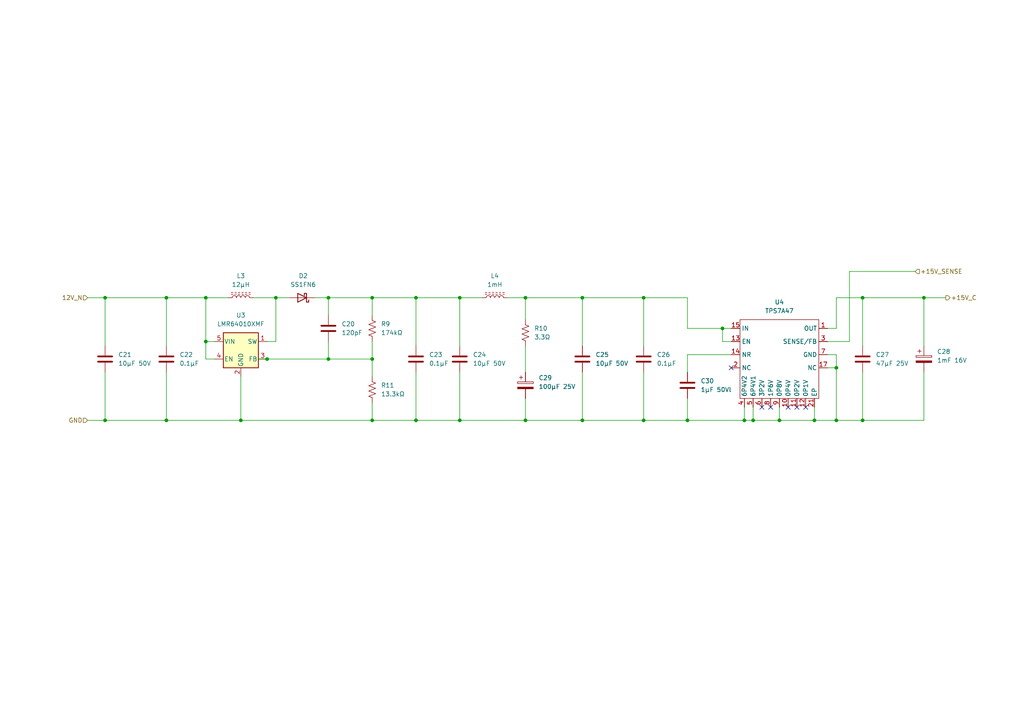
<source format=kicad_sch>
(kicad_sch (version 20231120) (generator "eeschema") (generator_version "8.0")
  (paper "A4")
  (lib_symbols
    (symbol "BW_Active:TPS7A47"
      (property "Reference" "U" (at 0 14.732 0))
      (property "Value" "TPS7A47" (at 0 12.7 0))
      (symbol "TPS7A47_0_0"
        (pin power_out line (at 13.97 8.89 180) (length 2.54) (name "OUT") (number "1"))
        (pin passive line (at 2.54 -13.97 90) (length 2.54) (name "0P4V") (number "10"))
        (pin passive line (at 5.08 -13.97 90) (length 2.54) (name "0P2V") (number "11"))
        (pin passive line (at 7.62 -13.97 90) (length 2.54) (name "0P1V") (number "12"))
        (pin input line (at -13.97 5.08 0) (length 2.54) (name "EN") (number "13"))
        (pin passive line (at -13.97 1.27 0) (length 2.54) (name "NR") (number "14"))
        (pin power_in line (at -13.97 8.89 0) (length 2.54) (name "IN") (number "15"))
        (pin passive line (at -13.97 8.89 0) (length 2.54) hide (name "IN") (number "16"))
        (pin free line (at 13.97 -2.54 180) (length 2.54) (name "NC") (number "17"))
        (pin free line (at 13.97 -2.54 180) (length 2.54) hide (name "NC") (number "18"))
        (pin free line (at 13.97 -2.54 180) (length 2.54) hide (name "NC") (number "19"))
        (pin free line (at -13.97 -2.54 0) (length 2.54) (name "NC") (number "2"))
        (pin passive line (at 13.97 8.89 180) (length 2.54) hide (name "OUT") (number "20"))
        (pin passive line (at 10.16 -13.97 90) (length 2.54) (name "EP") (number "21"))
        (pin passive line (at 13.97 5.08 180) (length 2.54) (name "SENSE/FB") (number "3"))
        (pin passive line (at -10.16 -13.97 90) (length 2.54) (name "6P4V2") (number "4"))
        (pin passive line (at -7.62 -13.97 90) (length 2.54) (name "6P4V1") (number "5"))
        (pin passive line (at -5.08 -13.97 90) (length 2.54) (name "3P2V") (number "6"))
        (pin passive line (at 13.97 1.27 180) (length 2.54) (name "GND") (number "7"))
        (pin passive line (at -2.54 -13.97 90) (length 2.54) (name "1P6V") (number "8"))
        (pin passive line (at 0 -13.97 90) (length 2.54) (name "0P8V") (number "9"))
      )
      (symbol "TPS7A47_0_1"
        (polyline (pts (xy -11.43 11.43) (xy -11.43 -11.43) (xy 11.43 -11.43) (xy 11.43 11.43) (xy -11.43 11.43)))
      )
    )
    (symbol "Device:C" (pin_numbers hide) (pin_names (offset 0.254))
      (property "Reference" "C" (at 0.635 2.54 0))
      (property "Value" "C" (at 0.635 -2.54 0))
      (symbol "C_0_1"
        (polyline (pts (xy -2.032 -0.762) (xy 2.032 -0.762)) (stroke (width 0.508)))
        (polyline (pts (xy -2.032 0.762) (xy 2.032 0.762)) (stroke (width 0.508)))
      )
      (symbol "C_1_1"
        (pin passive line (at 0 3.81 270) (length 2.794) (name "~") (number "1"))
        (pin passive line (at 0 -3.81 90) (length 2.794) (name "~") (number "2"))
      )
    )
    (symbol "Device:C_Polarized" (pin_numbers hide) (pin_names (offset 0.254))
      (property "Reference" "C" (at 0.635 2.54 0))
      (property "Value" "C_Polarized" (at 0.635 -2.54 0))
      (symbol "C_Polarized_0_1"
        (rectangle (start -2.286 0.508) (end 2.286 1.016))
        (polyline (pts (xy -1.778 2.286) (xy -0.762 2.286)))
        (polyline (pts (xy -1.27 2.794) (xy -1.27 1.778)))
        (rectangle (start 2.286 -0.508) (end -2.286 -1.016) (fill (type outline)))
      )
      (symbol "C_Polarized_1_1"
        (pin passive line (at 0 3.81 270) (length 2.794) (name "~") (number "1"))
        (pin passive line (at 0 -3.81 90) (length 2.794) (name "~") (number "2"))
      )
    )
    (symbol "Device:D_Schottky" (pin_numbers hide) (pin_names (offset 1.016) hide)
      (property "Reference" "D" (at 0 2.54 0))
      (property "Value" "D_Schottky" (at 0 -2.54 0))
      (symbol "D_Schottky_0_1"
        (polyline (pts (xy 1.27 0) (xy -1.27 0)))
        (polyline (pts (xy 1.27 1.27) (xy 1.27 -1.27) (xy -1.27 0) (xy 1.27 1.27)) (stroke (width 0.254)))
        (polyline (pts (xy -1.905 0.635) (xy -1.905 1.27) (xy -1.27 1.27) (xy -1.27 -1.27) (xy -0.635 -1.27) (xy -0.635 -0.635)) (stroke (width 0.254)))
      )
      (symbol "D_Schottky_1_1"
        (pin passive line (at -3.81 0 0) (length 2.54) (name "K") (number "1"))
        (pin passive line (at 3.81 0 180) (length 2.54) (name "A") (number "2"))
      )
    )
    (symbol "Device:L_Ferrite" (pin_numbers hide) (pin_names (offset 1.016) hide)
      (property "Reference" "L" (at -1.27 0 90))
      (property "Value" "L_Ferrite" (at 2.794 0 90))
      (symbol "L_Ferrite_0_1"
        (arc (start 0 -2.54) (mid 0.6323 -1.905) (end 0 -1.27))
        (arc (start 0 -1.27) (mid 0.6323 -0.635) (end 0 0))
        (polyline (pts (xy 1.016 -2.794) (xy 1.016 -2.286)))
        (polyline (pts (xy 1.016 -1.778) (xy 1.016 -1.27)))
        (polyline (pts (xy 1.016 -0.762) (xy 1.016 -0.254)))
        (polyline (pts (xy 1.016 0.254) (xy 1.016 0.762)))
        (polyline (pts (xy 1.016 1.27) (xy 1.016 1.778)))
        (polyline (pts (xy 1.016 2.286) (xy 1.016 2.794)))
        (polyline (pts (xy 1.524 -2.286) (xy 1.524 -2.794)))
        (polyline (pts (xy 1.524 -1.27) (xy 1.524 -1.778)))
        (polyline (pts (xy 1.524 -0.254) (xy 1.524 -0.762)))
        (polyline (pts (xy 1.524 0.762) (xy 1.524 0.254)))
        (polyline (pts (xy 1.524 1.778) (xy 1.524 1.27)))
        (polyline (pts (xy 1.524 2.794) (xy 1.524 2.286)))
        (arc (start 0 0) (mid 0.6323 0.635) (end 0 1.27))
        (arc (start 0 1.27) (mid 0.6323 1.905) (end 0 2.54))
      )
      (symbol "L_Ferrite_1_1"
        (pin passive line (at 0 3.81 270) (length 1.27) (name "1") (number "1"))
        (pin passive line (at 0 -3.81 90) (length 1.27) (name "2") (number "2"))
      )
    )
    (symbol "Device:R_US" (pin_numbers hide) (pin_names (offset 0))
      (property "Reference" "R" (at 2.54 0 90))
      (property "Value" "R_US" (at -2.54 0 90))
      (symbol "R_US_0_1"
        (polyline (pts (xy 0 -2.286) (xy 0 -2.54)))
        (polyline (pts (xy 0 2.286) (xy 0 2.54)))
        (polyline (pts (xy 0 -0.762) (xy 1.016 -1.143) (xy 0 -1.524) (xy -1.016 -1.905) (xy 0 -2.286)))
        (polyline (pts (xy 0 0.762) (xy 1.016 0.381) (xy 0 0) (xy -1.016 -0.381) (xy 0 -0.762)))
        (polyline (pts (xy 0 2.286) (xy 1.016 1.905) (xy 0 1.524) (xy -1.016 1.143) (xy 0 0.762)))
      )
      (symbol "R_US_1_1"
        (pin passive line (at 0 3.81 270) (length 1.27) (name "~") (number "1"))
        (pin passive line (at 0 -3.81 90) (length 1.27) (name "~") (number "2"))
      )
    )
    (symbol "Regulator_Switching:LMR64010XMF" (pin_names (offset 0.254))
      (property "Reference" "U" (at -5.08 6.35 0))
      (property "Value" "LMR64010XMF" (at 0 6.35 0))
      (symbol "LMR64010XMF_0_1"
        (rectangle (start -5.08 5.08) (end 5.08 -5.08) (stroke (width 0.254)) (fill (type background)))
      )
      (symbol "LMR64010XMF_1_1"
        (pin output line (at 7.62 2.54 180) (length 2.54) (name "SW") (number "1"))
        (pin power_in line (at 0 -7.62 90) (length 2.54) (name "GND") (number "2"))
        (pin input line (at 7.62 -2.54 180) (length 2.54) (name "FB") (number "3"))
        (pin input line (at -7.62 -2.54 0) (length 2.54) (name "EN") (number "4"))
        (pin input line (at -7.62 2.54 0) (length 2.54) (name "VIN") (number "5"))
      )
    )
  )
  (junction (at 59.69 99.06))
  (junction (at 267.97 86.36))
  (junction (at 250.19 86.36))
  (junction (at 59.69 86.36))
  (junction (at 133.35 86.36))
  (junction (at 152.4 121.92))
  (junction (at 80.01 86.36))
  (junction (at 120.65 121.92))
  (junction (at 218.44 121.92))
  (junction (at 30.48 121.92))
  (junction (at 95.25 86.36))
  (junction (at 30.48 86.36))
  (junction (at 242.57 121.92))
  (junction (at 77.47 104.14))
  (junction (at 226.06 121.92))
  (junction (at 168.91 121.92))
  (junction (at 186.69 121.92))
  (junction (at 168.91 86.36))
  (junction (at 133.35 121.92))
  (junction (at 242.57 106.68))
  (junction (at 186.69 86.36))
  (junction (at 107.95 104.14))
  (junction (at 236.22 121.92))
  (junction (at 69.85 121.92))
  (junction (at 107.95 86.36))
  (junction (at 48.26 86.36))
  (junction (at 48.26 121.92))
  (junction (at 107.95 121.92))
  (junction (at 199.39 121.92))
  (junction (at 250.19 121.92))
  (junction (at 215.9 121.92))
  (junction (at 209.55 95.25))
  (junction (at 95.25 104.14))
  (junction (at 120.65 86.36))
  (junction (at 152.4 86.36))
  (no_connect (at 212.09 106.68))
  (no_connect (at 231.14 118.11))
  (no_connect (at 220.98 118.11))
  (no_connect (at 223.52 118.11))
  (no_connect (at 233.68 118.11))
  (no_connect (at 228.6 118.11))
  (wire (pts (xy 30.48 86.36) (xy 30.48 100.33)))
  (wire (pts (xy 107.95 121.92) (xy 69.85 121.92)))
  (wire (pts (xy 133.35 86.36) (xy 120.65 86.36)))
  (wire (pts (xy 199.39 86.36) (xy 186.69 86.36)))
  (wire (pts (xy 59.69 99.06) (xy 62.23 99.06)))
  (wire (pts (xy 95.25 104.14) (xy 107.95 104.14)))
  (wire (pts (xy 133.35 86.36) (xy 139.7 86.36)))
  (wire (pts (xy 274.32 86.36) (xy 267.97 86.36)))
  (wire (pts (xy 62.23 104.14) (xy 59.69 104.14)))
  (wire (pts (xy 69.85 109.22) (xy 69.85 121.92)))
  (wire (pts (xy 48.26 121.92) (xy 69.85 121.92)))
  (wire (pts (xy 212.09 102.87) (xy 199.39 102.87)))
  (wire (pts (xy 107.95 116.84) (xy 107.95 121.92)))
  (wire (pts (xy 48.26 86.36) (xy 59.69 86.36)))
  (wire (pts (xy 95.25 86.36) (xy 107.95 86.36)))
  (wire (pts (xy 240.03 102.87) (xy 242.57 102.87)))
  (wire (pts (xy 133.35 121.92) (xy 120.65 121.92)))
  (wire (pts (xy 30.48 121.92) (xy 25.4 121.92)))
  (wire (pts (xy 59.69 86.36) (xy 59.69 99.06)))
  (wire (pts (xy 242.57 121.92) (xy 236.22 121.92)))
  (wire (pts (xy 73.66 86.36) (xy 80.01 86.36)))
  (wire (pts (xy 25.4 86.36) (xy 30.48 86.36)))
  (wire (pts (xy 77.47 99.06) (xy 80.01 99.06)))
  (wire (pts (xy 120.65 86.36) (xy 107.95 86.36)))
  (wire (pts (xy 48.26 86.36) (xy 48.26 100.33)))
  (wire (pts (xy 186.69 121.92) (xy 168.91 121.92)))
  (wire (pts (xy 236.22 121.92) (xy 226.06 121.92)))
  (wire (pts (xy 107.95 104.14) (xy 107.95 109.22)))
  (wire (pts (xy 250.19 86.36) (xy 250.19 100.33)))
  (wire (pts (xy 152.4 115.57) (xy 152.4 121.92)))
  (wire (pts (xy 95.25 86.36) (xy 95.25 91.44)))
  (wire (pts (xy 152.4 121.92) (xy 133.35 121.92)))
  (wire (pts (xy 77.47 104.14) (xy 95.25 104.14)))
  (wire (pts (xy 199.39 102.87) (xy 199.39 107.95)))
  (wire (pts (xy 107.95 104.14) (xy 107.95 99.06)))
  (wire (pts (xy 168.91 107.95) (xy 168.91 121.92)))
  (wire (pts (xy 242.57 102.87) (xy 242.57 106.68)))
  (wire (pts (xy 246.38 99.06) (xy 246.38 78.74)))
  (wire (pts (xy 152.4 86.36) (xy 168.91 86.36)))
  (wire (pts (xy 218.44 121.92) (xy 215.9 121.92)))
  (wire (pts (xy 246.38 78.74) (xy 265.43 78.74)))
  (wire (pts (xy 267.97 86.36) (xy 267.97 100.33)))
  (wire (pts (xy 250.19 86.36) (xy 242.57 86.36)))
  (wire (pts (xy 120.65 86.36) (xy 120.65 100.33)))
  (wire (pts (xy 66.04 86.36) (xy 59.69 86.36)))
  (wire (pts (xy 209.55 95.25) (xy 209.55 99.06)))
  (wire (pts (xy 48.26 107.95) (xy 48.26 121.92)))
  (wire (pts (xy 242.57 106.68) (xy 242.57 121.92)))
  (wire (pts (xy 95.25 99.06) (xy 95.25 104.14)))
  (wire (pts (xy 215.9 118.11) (xy 215.9 121.92)))
  (wire (pts (xy 30.48 107.95) (xy 30.48 121.92)))
  (wire (pts (xy 80.01 99.06) (xy 80.01 86.36)))
  (wire (pts (xy 186.69 107.95) (xy 186.69 121.92)))
  (wire (pts (xy 133.35 107.95) (xy 133.35 121.92)))
  (wire (pts (xy 168.91 86.36) (xy 186.69 86.36)))
  (wire (pts (xy 236.22 118.11) (xy 236.22 121.92)))
  (wire (pts (xy 168.91 121.92) (xy 152.4 121.92)))
  (wire (pts (xy 250.19 107.95) (xy 250.19 121.92)))
  (wire (pts (xy 242.57 95.25) (xy 240.03 95.25)))
  (wire (pts (xy 95.25 86.36) (xy 91.44 86.36)))
  (wire (pts (xy 74.93 104.14) (xy 77.47 104.14)))
  (wire (pts (xy 152.4 100.33) (xy 152.4 107.95)))
  (wire (pts (xy 226.06 121.92) (xy 218.44 121.92)))
  (wire (pts (xy 240.03 106.68) (xy 242.57 106.68)))
  (wire (pts (xy 267.97 86.36) (xy 250.19 86.36)))
  (wire (pts (xy 209.55 95.25) (xy 199.39 95.25)))
  (wire (pts (xy 30.48 121.92) (xy 48.26 121.92)))
  (wire (pts (xy 215.9 121.92) (xy 199.39 121.92)))
  (wire (pts (xy 199.39 121.92) (xy 186.69 121.92)))
  (wire (pts (xy 199.39 95.25) (xy 199.39 86.36)))
  (wire (pts (xy 212.09 99.06) (xy 209.55 99.06)))
  (wire (pts (xy 267.97 121.92) (xy 250.19 121.92)))
  (wire (pts (xy 120.65 107.95) (xy 120.65 121.92)))
  (wire (pts (xy 242.57 86.36) (xy 242.57 95.25)))
  (wire (pts (xy 199.39 115.57) (xy 199.39 121.92)))
  (wire (pts (xy 267.97 107.95) (xy 267.97 121.92)))
  (wire (pts (xy 30.48 86.36) (xy 48.26 86.36)))
  (wire (pts (xy 80.01 86.36) (xy 83.82 86.36)))
  (wire (pts (xy 152.4 86.36) (xy 152.4 92.71)))
  (wire (pts (xy 120.65 121.92) (xy 107.95 121.92)))
  (wire (pts (xy 133.35 100.33) (xy 133.35 86.36)))
  (wire (pts (xy 186.69 86.36) (xy 186.69 100.33)))
  (wire (pts (xy 218.44 118.11) (xy 218.44 121.92)))
  (wire (pts (xy 107.95 91.44) (xy 107.95 86.36)))
  (wire (pts (xy 168.91 86.36) (xy 168.91 100.33)))
  (wire (pts (xy 147.32 86.36) (xy 152.4 86.36)))
  (wire (pts (xy 226.06 118.11) (xy 226.06 121.92)))
  (wire (pts (xy 59.69 104.14) (xy 59.69 99.06)))
  (wire (pts (xy 212.09 95.25) (xy 209.55 95.25)))
  (wire (pts (xy 240.03 99.06) (xy 246.38 99.06)))
  (wire (pts (xy 250.19 121.92) (xy 242.57 121.92)))
  (hierarchical_label "GND" (shape input) (at 25.4 121.92 180))
  (hierarchical_label "+15V_SENSE" (shape input) (at 265.43 78.74 0))
  (hierarchical_label "+15V_C" (shape output) (at 274.32 86.36 0))
  (hierarchical_label "12V_N" (shape input) (at 25.4 86.36 180))
  (symbol (lib_id "Device:C") (at 133.35 104.14 0) (unit 1)
    (property "Reference" "C24" (at 137.16 102.8699 0) (effects (justify left)))
    (property "Value" "10µF 50V" (at 137.16 105.4099 0) (effects (justify left)))
    (property "Footprint" "Capacitor_SMD:C_1206_3216Metric" (effects (hide yes)))
    (property "Description" "Unpolarized capacitor" (effects (hide yes)))
  )
  (symbol (lib_id "Device:L_Ferrite") (at 143.51 86.36 90) (unit 1)
    (property "Reference" "L4" (at 143.51 80.01 90))
    (property "Value" "1mH" (at 143.51 82.55 90))
    (property "Footprint" "BW_PassiveMechanical:L_Coilcraft_MSS7348-XXX-fixed" (effects (hide yes)))
    (property "Description" "Inductor with ferrite core" (effects (hide yes)))
  )
  (symbol (lib_id "Device:C") (at 168.91 104.14 0) (unit 1)
    (property "Reference" "C25" (at 172.72 102.8699 0) (effects (justify left)))
    (property "Value" "10µF 50V" (at 172.72 105.4099 0) (effects (justify left)))
    (property "Footprint" "Capacitor_SMD:C_1206_3216Metric" (effects (hide yes)))
    (property "Description" "Unpolarized capacitor" (effects (hide yes)))
  )
  (symbol (lib_id "Device:R_US") (at 107.95 95.25 0) (unit 1)
    (property "Reference" "R9" (at 110.49 93.9799 0) (effects (justify left)))
    (property "Value" "174kΩ" (at 110.49 96.5199 0) (effects (justify left)))
    (property "Footprint" "Resistor_SMD:R_0603_1608Metric" (effects (hide yes)))
    (property "Description" "Resistor, US symbol" (effects (hide yes)))
  )
  (symbol (lib_id "Regulator_Switching:LMR64010XMF") (at 69.85 101.6 0) (unit 1)
    (property "Reference" "U3" (at 69.85 91.44 0))
    (property "Value" "LMR64010XMF" (at 69.85 93.98 0))
    (property "Footprint" "Package_TO_SOT_SMD:SOT-23-5" (effects (hide yes)))
    (property "Datasheet" "http://www.ti.com/lit/ds/symlink/lmr64010.pdf" (effects (hide yes)))
    (property "Description" "1A, 40Vout Step-Up Voltage Regulator, 1.6MHz Frequency, SOT-23-5" (effects (hide yes)))
  )
  (symbol (lib_id "Device:C_Polarized") (at 267.97 104.14 0) (unit 1)
    (property "Reference" "C28" (at 271.78 101.9809 0) (effects (justify left)))
    (property "Value" "1mF 16V" (at 271.78 104.5209 0) (effects (justify left)))
    (property "Footprint" "Capacitor_THT:CP_Radial_D8.0mm_P3.50mm" (effects (hide yes)))
    (property "Description" "Polarized capacitor" (effects (hide yes)))
  )
  (symbol (lib_id "Device:C") (at 95.25 95.25 0) (unit 1)
    (property "Reference" "C20" (at 99.06 93.9799 0) (effects (justify left)))
    (property "Value" "120pF" (at 99.06 96.5199 0) (effects (justify left)))
    (property "Footprint" "Capacitor_SMD:C_0603_1608Metric" (effects (hide yes)))
    (property "Description" "Unpolarized capacitor" (effects (hide yes)))
  )
  (symbol (lib_id "Device:D_Schottky") (at 87.63 86.36 180) (unit 1)
    (property "Reference" "D2" (at 87.9475 80.01 0))
    (property "Value" "SS1FN6" (at 87.9475 82.55 0))
    (property "Footprint" "Diode_SMD:D_SMF" (effects (hide yes)))
    (property "Description" "Schottky diode" (effects (hide yes)))
  )
  (symbol (lib_id "Device:C_Polarized") (at 152.4 111.76 0) (unit 1)
    (property "Reference" "C29" (at 156.21 109.6009 0) (effects (justify left)))
    (property "Value" "100µF 25V" (at 156.21 112.1409 0) (effects (justify left)))
    (property "Footprint" "Capacitor_THT:CP_Radial_D6.3mm_P2.50mm" (effects (hide yes)))
    (property "Description" "Polarized capacitor" (effects (hide yes)))
  )
  (symbol (lib_id "Device:L_Ferrite") (at 69.85 86.36 90) (unit 1)
    (property "Reference" "L3" (at 69.85 80.01 90))
    (property "Value" "12µH" (at 69.85 82.55 90))
    (property "Footprint" "BW_PassiveMechanical:L_Abracon_ASPI-6045S" (effects (hide yes)))
    (property "Description" "Inductor with ferrite core" (effects (hide yes)))
  )
  (symbol (lib_id "Device:R_US") (at 107.95 113.03 0) (unit 1)
    (property "Reference" "R11" (at 110.49 111.7599 0) (effects (justify left)))
    (property "Value" "13.3kΩ" (at 110.49 114.2999 0) (effects (justify left)))
    (property "Footprint" "Resistor_SMD:R_0603_1608Metric" (effects (hide yes)))
    (property "Description" "Resistor, US symbol" (effects (hide yes)))
  )
  (symbol (lib_id "Device:C") (at 186.69 104.14 0) (unit 1)
    (property "Reference" "C26" (at 190.5 102.8699 0) (effects (justify left)))
    (property "Value" "0.1µF" (at 190.5 105.4099 0) (effects (justify left)))
    (property "Footprint" "Capacitor_SMD:C_0603_1608Metric" (effects (hide yes)))
    (property "Description" "Unpolarized capacitor" (effects (hide yes)))
  )
  (symbol (lib_id "Device:C") (at 199.39 111.76 0) (unit 1)
    (property "Reference" "C30" (at 203.2 110.4899 0) (effects (justify left)))
    (property "Value" "1µF 50Vl" (at 203.2 113.0299 0) (effects (justify left)))
    (property "Footprint" "Capacitor_SMD:C_0805_2012Metric" (effects (hide yes)))
    (property "Description" "Unpolarized capacitor" (effects (hide yes)))
  )
  (symbol (lib_id "Device:R_US") (at 152.4 96.52 0) (unit 1)
    (property "Reference" "R10" (at 154.94 95.2499 0) (effects (justify left)))
    (property "Value" "3.3Ω" (at 154.94 97.7899 0) (effects (justify left)))
    (property "Footprint" "Resistor_SMD:R_0805_2012Metric" (effects (hide yes)))
    (property "Description" "Resistor, US symbol" (effects (hide yes)))
  )
  (symbol (lib_id "BW_Active:TPS7A47") (at 226.06 104.14 0) (unit 1)
    (property "Reference" "U4" (at 226.06 87.63 0))
    (property "Value" "TPS7A47" (at 226.06 90.17 0))
    (property "Footprint" "Package_DFN_QFN:Texas_RGW0020A_VQFN-20-1EP_5x5mm_P0.65mm_EP3.15x3.15mm" (effects (hide yes)))
    (property "Datasheet" "https://www.ti.com/lit/ds/symlink/tps7a47.pdf" (effects (hide yes)))
    (property "Description" "1A Ultra-low-noise LDO" (effects (hide yes)))
  )
  (symbol (lib_id "Device:C") (at 120.65 104.14 0) (unit 1)
    (property "Reference" "C23" (at 124.46 102.8699 0) (effects (justify left)))
    (property "Value" "0.1µF" (at 124.46 105.4099 0) (effects (justify left)))
    (property "Footprint" "Capacitor_SMD:C_0603_1608Metric" (effects (hide yes)))
    (property "Description" "Unpolarized capacitor" (effects (hide yes)))
  )
  (symbol (lib_id "Device:C") (at 250.19 104.14 0) (unit 1)
    (property "Reference" "C27" (at 254 102.8699 0) (effects (justify left)))
    (property "Value" "47µF 25V" (at 254 105.4099 0) (effects (justify left)))
    (property "Footprint" "Capacitor_SMD:C_2220_5750Metric" (effects (hide yes)))
    (property "Description" "Unpolarized capacitor" (effects (hide yes)))
  )
  (symbol (lib_id "Device:C") (at 30.48 104.14 0) (unit 1)
    (property "Reference" "C21" (at 34.29 102.8699 0) (effects (justify left)))
    (property "Value" "10µF 50V" (at 34.29 105.4099 0) (effects (justify left)))
    (property "Footprint" "Capacitor_SMD:C_1206_3216Metric" (effects (hide yes)))
    (property "Description" "Unpolarized capacitor" (effects (hide yes)))
  )
  (symbol (lib_id "Device:C") (at 48.26 104.14 0) (unit 1)
    (property "Reference" "C22" (at 52.07 102.8699 0) (effects (justify left)))
    (property "Value" "0.1µF" (at 52.07 105.4099 0) (effects (justify left)))
    (property "Footprint" "Capacitor_SMD:C_0603_1608Metric" (effects (hide yes)))
    (property "Description" "Unpolarized capacitor" (effects (hide yes)))
  )
)
</source>
